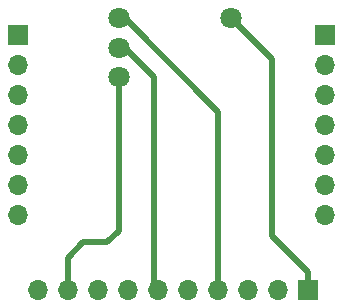
<source format=gbr>
%TF.GenerationSoftware,KiCad,Pcbnew,9.0.3*%
%TF.CreationDate,2025-08-30T15:17:24+02:00*%
%TF.ProjectId,rl_uc_module,726c5f75-635f-46d6-9f64-756c652e6b69,rev?*%
%TF.SameCoordinates,Original*%
%TF.FileFunction,Copper,L2,Bot*%
%TF.FilePolarity,Positive*%
%FSLAX46Y46*%
G04 Gerber Fmt 4.6, Leading zero omitted, Abs format (unit mm)*
G04 Created by KiCad (PCBNEW 9.0.3) date 2025-08-30 15:17:24*
%MOMM*%
%LPD*%
G01*
G04 APERTURE LIST*
%TA.AperFunction,ComponentPad*%
%ADD10R,1.700000X1.700000*%
%TD*%
%TA.AperFunction,ComponentPad*%
%ADD11O,1.700000X1.700000*%
%TD*%
%TA.AperFunction,ViaPad*%
%ADD12C,1.800000*%
%TD*%
%TA.AperFunction,Conductor*%
%ADD13C,0.500000*%
%TD*%
G04 APERTURE END LIST*
D10*
%TO.P,X3,1*%
%TO.N,Net-(U1-MTDI)*%
X111540000Y-114000000D03*
D11*
%TO.P,X3,2*%
%TO.N,Net-(U1-MTDO)*%
X109000000Y-114000000D03*
%TO.P,X3,3*%
%TO.N,Net-(U1-GND-Pad20)*%
X106460000Y-114000000D03*
%TO.P,X3,4*%
%TO.N,Net-(U1-EN)*%
X103920000Y-114000000D03*
%TO.P,X3,5*%
%TO.N,Net-(U1-MTCK)*%
X101380000Y-114000000D03*
%TO.P,X3,6*%
%TO.N,Net-(U1-MTMS)*%
X98840000Y-114000000D03*
%TO.P,X3,7*%
%TO.N,Net-(U1-D+)*%
X96300000Y-114000000D03*
%TO.P,X3,8*%
%TO.N,Net-(U1-D-)*%
X93760000Y-114000000D03*
%TO.P,X3,9*%
%TO.N,Net-(U1-BAT-)*%
X91220000Y-114000000D03*
%TO.P,X3,10*%
%TO.N,Net-(U1-BAT+)*%
X88680000Y-114000000D03*
%TD*%
D10*
%TO.P,X1,1*%
%TO.N,Net-(U1-TCH1_GPIO1_A0_D0)*%
X87000000Y-92420000D03*
D11*
%TO.P,X1,2*%
%TO.N,Net-(U1-TCH2_GPIO2_A1_D1)*%
X87000000Y-94960000D03*
%TO.P,X1,3*%
%TO.N,Net-(U1-TCH3_GPIO3_A2_D2)*%
X87000000Y-97500000D03*
%TO.P,X1,4*%
%TO.N,Net-(U1-TCH4_GPIO4_A3_D3)*%
X87000000Y-100040000D03*
%TO.P,X1,5*%
%TO.N,Net-(U1-TCH5_GPIO5_A4_D4_SDA)*%
X87000000Y-102580000D03*
%TO.P,X1,6*%
%TO.N,Net-(U1-TCH6_GPIO6_A5_D5_SCL)*%
X87000000Y-105120000D03*
%TO.P,X1,7*%
%TO.N,Net-(U1-GPIO43_TX_D6)*%
X87000000Y-107660000D03*
%TD*%
D10*
%TO.P,X2,1*%
%TO.N,Net-(U1-5V)*%
X113000000Y-92420000D03*
D11*
%TO.P,X2,2*%
%TO.N,Net-(U1-GND-Pad13)*%
X113000000Y-94960000D03*
%TO.P,X2,3*%
%TO.N,Net-(U1-3V3)*%
X113000000Y-97500000D03*
%TO.P,X2,4*%
%TO.N,Net-(U1-TCH9_GPIO9_A10_D10_MOSI)*%
X113000000Y-100040000D03*
%TO.P,X2,5*%
%TO.N,Net-(U1-TCH8_GPIO8_A9_D9_MISO)*%
X113000000Y-102580000D03*
%TO.P,X2,6*%
%TO.N,Net-(U1-TCH7_GPIO7_A8_D8_SCK)*%
X113000000Y-105120000D03*
%TO.P,X2,7*%
%TO.N,Net-(U1-GPIO44_D7_RX)*%
X113000000Y-107660000D03*
%TD*%
D12*
%TO.N,Net-(U1-MTMS)*%
X95500000Y-93500000D03*
%TO.N,Net-(U1-EN)*%
X95500000Y-91000000D03*
%TO.N,Net-(U1-MTDI)*%
X105000000Y-91000000D03*
%TO.N,Net-(U1-BAT-)*%
X95500000Y-96000000D03*
%TD*%
D13*
%TO.N,Net-(U1-MTMS)*%
X98500000Y-113660000D02*
X98840000Y-114000000D01*
X98500000Y-96000000D02*
X98500000Y-113660000D01*
X96000000Y-93500000D02*
X98500000Y-96000000D01*
X95500000Y-93500000D02*
X96000000Y-93500000D01*
%TO.N,Net-(U1-EN)*%
X103920000Y-98920000D02*
X103920000Y-114000000D01*
X95500000Y-91000000D02*
X96000000Y-91000000D01*
X96000000Y-91000000D02*
X103920000Y-98920000D01*
%TO.N,Net-(U1-MTDI)*%
X105000000Y-91000000D02*
X108500000Y-94500000D01*
X108500000Y-94500000D02*
X108500000Y-109500000D01*
X108500000Y-109500000D02*
X111540000Y-112540000D01*
X111540000Y-112540000D02*
X111540000Y-114000000D01*
%TO.N,Net-(U1-BAT-)*%
X95500000Y-96000000D02*
X95500000Y-109000000D01*
X91220000Y-111280000D02*
X91220000Y-114000000D01*
X95500000Y-109000000D02*
X94500000Y-110000000D01*
X94500000Y-110000000D02*
X92500000Y-110000000D01*
X92500000Y-110000000D02*
X91220000Y-111280000D01*
%TD*%
M02*

</source>
